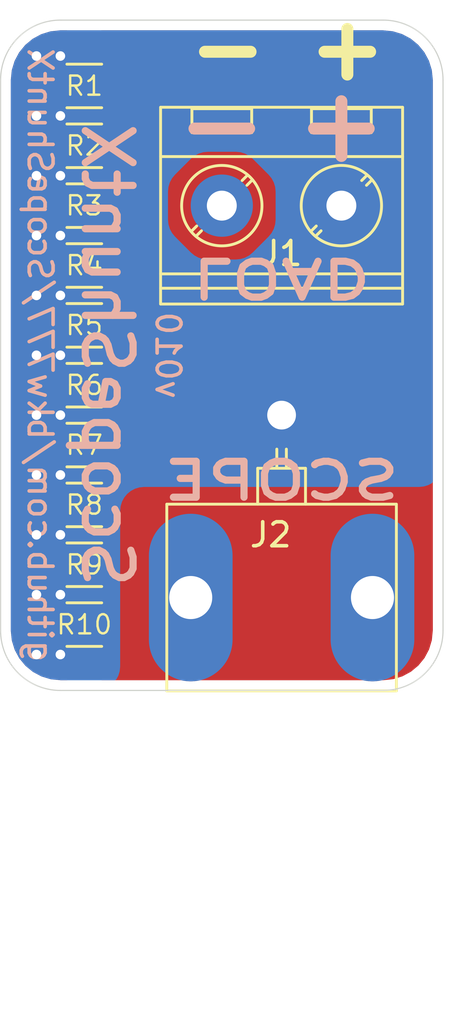
<source format=kicad_pcb>
(kicad_pcb (version 20171130) (host pcbnew 5.99.0+really5.1.10+dfsg1-1)

  (general
    (thickness 1.6)
    (drawings 17)
    (tracks 22)
    (zones 0)
    (modules 12)
    (nets 3)
  )

  (page A4)
  (layers
    (0 F.Cu signal)
    (31 B.Cu signal)
    (32 B.Adhes user hide)
    (33 F.Adhes user hide)
    (34 B.Paste user hide)
    (35 F.Paste user hide)
    (36 B.SilkS user)
    (37 F.SilkS user)
    (38 B.Mask user)
    (39 F.Mask user)
    (40 Dwgs.User user)
    (41 Cmts.User user hide)
    (42 Eco1.User user hide)
    (43 Eco2.User user hide)
    (44 Edge.Cuts user)
    (45 Margin user hide)
    (46 B.CrtYd user hide)
    (47 F.CrtYd user hide)
    (48 B.Fab user hide)
    (49 F.Fab user hide)
  )

  (setup
    (last_trace_width 0.25)
    (user_trace_width 0.2)
    (user_trace_width 0.5)
    (user_trace_width 1)
    (user_trace_width 2)
    (user_trace_width 3)
    (user_trace_width 4)
    (trace_clearance 0.2)
    (zone_clearance 0.4)
    (zone_45_only yes)
    (trace_min 0.2)
    (via_size 0.8)
    (via_drill 0.4)
    (via_min_size 0.4)
    (via_min_drill 0.3)
    (user_via 1 0.6)
    (uvia_size 0.3)
    (uvia_drill 0.1)
    (uvias_allowed no)
    (uvia_min_size 0.2)
    (uvia_min_drill 0.1)
    (edge_width 0.05)
    (segment_width 0.2)
    (pcb_text_width 0.3)
    (pcb_text_size 1.5 1.5)
    (mod_edge_width 0.12)
    (mod_text_size 1 1)
    (mod_text_width 0.15)
    (pad_size 1.524 1.524)
    (pad_drill 0.762)
    (pad_to_mask_clearance 0)
    (aux_axis_origin 0 0)
    (grid_origin 161.75 100)
    (visible_elements FFFFFF7F)
    (pcbplotparams
      (layerselection 0x010fc_ffffffff)
      (usegerberextensions false)
      (usegerberattributes true)
      (usegerberadvancedattributes true)
      (creategerberjobfile true)
      (excludeedgelayer true)
      (linewidth 0.100000)
      (plotframeref false)
      (viasonmask false)
      (mode 1)
      (useauxorigin false)
      (hpglpennumber 1)
      (hpglpenspeed 20)
      (hpglpendiameter 15.000000)
      (psnegative false)
      (psa4output false)
      (plotreference true)
      (plotvalue true)
      (plotinvisibletext false)
      (padsonsilk false)
      (subtractmaskfromsilk false)
      (outputformat 1)
      (mirror false)
      (drillshape 0)
      (scaleselection 1)
      (outputdirectory "GERBER_ScopeShuntX_v010"))
  )

  (net 0 "")
  (net 1 /-)
  (net 2 /+)

  (net_class Default "This is the default net class."
    (clearance 0.2)
    (trace_width 0.25)
    (via_dia 0.8)
    (via_drill 0.4)
    (uvia_dia 0.3)
    (uvia_drill 0.1)
    (add_net /+)
    (add_net /-)
  )

  (module 000_LOCAL:TerminalBlock_RND_205-00045_1x02_P5.00mm_Horizontal (layer F.Cu) (tedit 6273DD6B) (tstamp 625325D2)
    (at 161.75 93.75)
    (descr "terminal block RND 205-00045, 2 pins, pitch 5mm, size 10x8.1mm^2, drill diamater 1.1mm, pad diameter 2.1mm, see http://cdn-reichelt.de/documents/datenblatt/C151/RND_205-00045_DB_EN.pdf, script-generated using https://github.com/pointhi/kicad-footprint-generator/scripts/TerminalBlock_RND")
    (tags "THT terminal block RND 205-00045 pitch 5mm size 10x8.1mm^2 drill 1.1mm pad 2.1mm")
    (path /6255632E)
    (fp_text reference J1 (at 2.5 2 -180) (layer F.SilkS)
      (effects (font (size 1 1) (thickness 0.15)))
    )
    (fp_text value Screw_Terminal_01x02 (at 2.5 5.11) (layer F.Fab)
      (effects (font (size 1 1) (thickness 0.15)))
    )
    (fp_line (start 7.6 5.2) (end 7.6 -5.2) (layer Dwgs.User) (width 0.1))
    (fp_line (start 7.6 5.2) (end -2.6 5.2) (layer Dwgs.User) (width 0.1))
    (fp_line (start -2.6 -5.2) (end 7.6 -5.2) (layer Dwgs.User) (width 0.1))
    (fp_line (start -2.6 5.2) (end -2.6 -5.2) (layer Dwgs.User) (width 0.1))
    (fp_line (start 7.6 3.1) (end 8.2 3.1) (layer Dwgs.User) (width 0.1))
    (fp_line (start 8.2 3.7) (end 7.6 3.7) (layer Dwgs.User) (width 0.1))
    (fp_line (start 8.2 3.1) (end 8.2 3.7) (layer Dwgs.User) (width 0.1))
    (fp_line (start 8.2 -3.7) (end 7.6 -3.7) (layer Dwgs.User) (width 0.1))
    (fp_line (start 8.2 -4.3) (end 8.2 -3.7) (layer Dwgs.User) (width 0.1))
    (fp_line (start 7.6 -4.3) (end 8.2 -4.3) (layer Dwgs.User) (width 0.1))
    (fp_line (start 4.15 1.05) (end 3.95 1.25) (layer F.SilkS) (width 0.12))
    (fp_line (start 3.95 0.85) (end 3.75 1.05) (layer F.SilkS) (width 0.12))
    (fp_line (start 6.25 -1.05) (end 6.05 -0.85) (layer F.SilkS) (width 0.12))
    (fp_line (start 6.05 -1.25) (end 5.85 -1.05) (layer F.SilkS) (width 0.12))
    (fp_line (start 1.05 -1.25) (end 0.85 -1.05) (layer F.SilkS) (width 0.12))
    (fp_line (start -1.05 0.85) (end -1.25 1.05) (layer F.SilkS) (width 0.12))
    (fp_line (start 1.25 -1.05) (end 1.05 -0.85) (layer F.SilkS) (width 0.12))
    (fp_line (start -0.85 1.05) (end -1.05 1.25) (layer F.SilkS) (width 0.12))
    (fp_circle (center 0 0) (end 1.68 0) (layer F.SilkS) (width 0.12))
    (fp_circle (center 0 0) (end 1.5 0) (layer F.Fab) (width 0.1))
    (fp_circle (center 5 0) (end 6.5 0) (layer F.Fab) (width 0.1))
    (fp_circle (center 5 0) (end 6.68 0) (layer F.SilkS) (width 0.12))
    (fp_line (start -2.5 -4.05) (end 7.5 -4.05) (layer F.Fab) (width 0.1))
    (fp_line (start 7.5 -4.05) (end 7.5 4.05) (layer F.Fab) (width 0.1))
    (fp_line (start 7.5 4.05) (end -1.9 4.05) (layer F.Fab) (width 0.1))
    (fp_line (start -1.9 4.05) (end -2.5 3.45) (layer F.Fab) (width 0.1))
    (fp_line (start -2.5 3.45) (end -2.5 -4.05) (layer F.Fab) (width 0.1))
    (fp_line (start -2.5 3.45) (end 7.5 3.45) (layer F.Fab) (width 0.1))
    (fp_line (start -2.56 3.45) (end 7.56 3.45) (layer F.SilkS) (width 0.12))
    (fp_line (start -2.5 2.85) (end 7.5 2.85) (layer F.Fab) (width 0.1))
    (fp_line (start -2.56 2.85) (end 7.56 2.85) (layer F.SilkS) (width 0.12))
    (fp_line (start -2.5 -2.05) (end 7.5 -2.05) (layer F.Fab) (width 0.1))
    (fp_line (start -2.56 -2.05) (end 7.56 -2.05) (layer F.SilkS) (width 0.12))
    (fp_line (start -2.56 -4.11) (end 7.56 -4.11) (layer F.SilkS) (width 0.12))
    (fp_line (start -2.56 4.11) (end 7.56 4.11) (layer F.SilkS) (width 0.12))
    (fp_line (start -2.56 -4.11) (end -2.56 4.11) (layer F.SilkS) (width 0.12))
    (fp_line (start 7.56 -4.11) (end 7.56 4.11) (layer F.SilkS) (width 0.12))
    (fp_line (start 1.138 -0.955) (end -0.955 1.138) (layer F.Fab) (width 0.1))
    (fp_line (start 0.955 -1.138) (end -1.138 0.955) (layer F.Fab) (width 0.1))
    (fp_line (start -1.25 -4.05) (end -1.25 -3.05) (layer F.Fab) (width 0.1))
    (fp_line (start -1.25 -3.05) (end 1.25 -3.05) (layer F.Fab) (width 0.1))
    (fp_line (start 1.25 -3.05) (end 1.25 -4.05) (layer F.Fab) (width 0.1))
    (fp_line (start 1.25 -4.05) (end -1.25 -4.05) (layer F.Fab) (width 0.1))
    (fp_line (start -1.25 -4.05) (end 1.25 -4.05) (layer F.SilkS) (width 0.12))
    (fp_line (start -1.25 -3.05) (end 1.25 -3.05) (layer F.SilkS) (width 0.12))
    (fp_line (start -1.25 -4.05) (end -1.25 -3.05) (layer F.SilkS) (width 0.12))
    (fp_line (start 1.25 -4.05) (end 1.25 -3.05) (layer F.SilkS) (width 0.12))
    (fp_line (start 6.138 -0.955) (end 4.046 1.138) (layer F.Fab) (width 0.1))
    (fp_line (start 5.955 -1.138) (end 3.863 0.955) (layer F.Fab) (width 0.1))
    (fp_line (start 3.75 -4.05) (end 3.75 -3.05) (layer F.Fab) (width 0.1))
    (fp_line (start 3.75 -3.05) (end 6.25 -3.05) (layer F.Fab) (width 0.1))
    (fp_line (start 6.25 -3.05) (end 6.25 -4.05) (layer F.Fab) (width 0.1))
    (fp_line (start 6.25 -4.05) (end 3.75 -4.05) (layer F.Fab) (width 0.1))
    (fp_line (start 3.75 -4.05) (end 6.25 -4.05) (layer F.SilkS) (width 0.12))
    (fp_line (start 3.75 -3.05) (end 6.25 -3.05) (layer F.SilkS) (width 0.12))
    (fp_line (start 3.75 -4.05) (end 3.75 -3.05) (layer F.SilkS) (width 0.12))
    (fp_line (start 6.25 -4.05) (end 6.25 -3.05) (layer F.SilkS) (width 0.12))
    (fp_line (start -3 -4.55) (end -3 4.55) (layer F.CrtYd) (width 0.05))
    (fp_line (start -3 4.55) (end 8 4.55) (layer F.CrtYd) (width 0.05))
    (fp_line (start 8 4.55) (end 8 -4.55) (layer F.CrtYd) (width 0.05))
    (fp_line (start 8 -4.55) (end -3 -4.55) (layer F.CrtYd) (width 0.05))
    (fp_text user %R (at 2.5 -5.11) (layer F.Fab)
      (effects (font (size 1 1) (thickness 0.15)))
    )
    (pad 2 thru_hole circle (at 5 0) (size 2.6 2.6) (drill 1.25) (layers *.Cu *.Mask)
      (net 2 /+))
    (pad 1 thru_hole circle (at 0 0) (size 2.6 2.6) (drill 1.25) (layers *.Cu *.Mask)
      (net 1 /-))
    (model ${KIPRJMOD}/000_LOCAL.pretty/3d/TerminalBlock_Phoenix_MKDS-1,5-2_1x02_P5.00mm_Horizontal.step
      (offset (xyz 5 0 0))
      (scale (xyz 1 1 1))
      (rotate (xyz 0 0 180))
    )
  )

  (module 000_LOCAL:R_1206_3216Metric (layer F.Cu) (tedit 62730FDF) (tstamp 627404F4)
    (at 156 111.25)
    (descr "Resistor SMD 1206 (3216 Metric), square (rectangular) end terminal, IPC_7351 nominal, (Body size source: IPC-SM-782 page 72, https://www.pcb-3d.com/wordpress/wp-content/uploads/ipc-sm-782a_amendment_1_and_2.pdf), generated with kicad-footprint-generator")
    (tags resistor)
    (path /6274E056)
    (attr smd)
    (fp_text reference R10 (at 0 0) (layer F.SilkS)
      (effects (font (size 0.8 0.8) (thickness 0.1)))
    )
    (fp_text value 10m (at 0 1.82) (layer F.Fab)
      (effects (font (size 1 1) (thickness 0.15)))
    )
    (fp_line (start 2.28 1.12) (end -2.28 1.12) (layer F.CrtYd) (width 0.05))
    (fp_line (start 2.28 -1.12) (end 2.28 1.12) (layer F.CrtYd) (width 0.05))
    (fp_line (start -2.28 -1.12) (end 2.28 -1.12) (layer F.CrtYd) (width 0.05))
    (fp_line (start -2.28 1.12) (end -2.28 -1.12) (layer F.CrtYd) (width 0.05))
    (fp_line (start -0.727064 0.91) (end 0.727064 0.91) (layer F.SilkS) (width 0.12))
    (fp_line (start -0.727064 -0.91) (end 0.727064 -0.91) (layer F.SilkS) (width 0.12))
    (fp_line (start 1.6 0.8) (end -1.6 0.8) (layer F.Fab) (width 0.1))
    (fp_line (start 1.6 -0.8) (end 1.6 0.8) (layer F.Fab) (width 0.1))
    (fp_line (start -1.6 -0.8) (end 1.6 -0.8) (layer F.Fab) (width 0.1))
    (fp_line (start -1.6 0.8) (end -1.6 -0.8) (layer F.Fab) (width 0.1))
    (fp_text user %R (at 0 0) (layer F.Fab)
      (effects (font (size 0.8 0.8) (thickness 0.12)))
    )
    (pad 2 smd roundrect (at 1.4625 0) (size 1.125 1.75) (layers F.Cu F.Paste F.Mask) (roundrect_rratio 0.2222204444444444)
      (net 1 /-))
    (pad 1 smd roundrect (at -1.4625 0) (size 1.125 1.75) (layers F.Cu F.Paste F.Mask) (roundrect_rratio 0.2222204444444444)
      (net 2 /+))
    (model ${KIPRJMOD}/000_LOCAL.pretty/3d/R_1206_3216Metric.step
      (at (xyz 0 0 0))
      (scale (xyz 1 1 1))
      (rotate (xyz 0 0 0))
    )
  )

  (module 000_LOCAL:R_1206_3216Metric (layer F.Cu) (tedit 62730FDF) (tstamp 627404E3)
    (at 156 108.75)
    (descr "Resistor SMD 1206 (3216 Metric), square (rectangular) end terminal, IPC_7351 nominal, (Body size source: IPC-SM-782 page 72, https://www.pcb-3d.com/wordpress/wp-content/uploads/ipc-sm-782a_amendment_1_and_2.pdf), generated with kicad-footprint-generator")
    (tags resistor)
    (path /6274DFA0)
    (attr smd)
    (fp_text reference R9 (at 0 0) (layer F.SilkS)
      (effects (font (size 0.8 0.8) (thickness 0.1)))
    )
    (fp_text value 10m (at 0 1.82) (layer F.Fab)
      (effects (font (size 1 1) (thickness 0.15)))
    )
    (fp_line (start 2.28 1.12) (end -2.28 1.12) (layer F.CrtYd) (width 0.05))
    (fp_line (start 2.28 -1.12) (end 2.28 1.12) (layer F.CrtYd) (width 0.05))
    (fp_line (start -2.28 -1.12) (end 2.28 -1.12) (layer F.CrtYd) (width 0.05))
    (fp_line (start -2.28 1.12) (end -2.28 -1.12) (layer F.CrtYd) (width 0.05))
    (fp_line (start -0.727064 0.91) (end 0.727064 0.91) (layer F.SilkS) (width 0.12))
    (fp_line (start -0.727064 -0.91) (end 0.727064 -0.91) (layer F.SilkS) (width 0.12))
    (fp_line (start 1.6 0.8) (end -1.6 0.8) (layer F.Fab) (width 0.1))
    (fp_line (start 1.6 -0.8) (end 1.6 0.8) (layer F.Fab) (width 0.1))
    (fp_line (start -1.6 -0.8) (end 1.6 -0.8) (layer F.Fab) (width 0.1))
    (fp_line (start -1.6 0.8) (end -1.6 -0.8) (layer F.Fab) (width 0.1))
    (fp_text user %R (at 0 0) (layer F.Fab)
      (effects (font (size 0.8 0.8) (thickness 0.12)))
    )
    (pad 2 smd roundrect (at 1.4625 0) (size 1.125 1.75) (layers F.Cu F.Paste F.Mask) (roundrect_rratio 0.2222204444444444)
      (net 1 /-))
    (pad 1 smd roundrect (at -1.4625 0) (size 1.125 1.75) (layers F.Cu F.Paste F.Mask) (roundrect_rratio 0.2222204444444444)
      (net 2 /+))
    (model ${KIPRJMOD}/000_LOCAL.pretty/3d/R_1206_3216Metric.step
      (at (xyz 0 0 0))
      (scale (xyz 1 1 1))
      (rotate (xyz 0 0 0))
    )
  )

  (module 000_LOCAL:R_1206_3216Metric (layer F.Cu) (tedit 62730FDF) (tstamp 627404D2)
    (at 156 106.25)
    (descr "Resistor SMD 1206 (3216 Metric), square (rectangular) end terminal, IPC_7351 nominal, (Body size source: IPC-SM-782 page 72, https://www.pcb-3d.com/wordpress/wp-content/uploads/ipc-sm-782a_amendment_1_and_2.pdf), generated with kicad-footprint-generator")
    (tags resistor)
    (path /6274B4C4)
    (attr smd)
    (fp_text reference R8 (at 0 0) (layer F.SilkS)
      (effects (font (size 0.8 0.8) (thickness 0.1)))
    )
    (fp_text value 10m (at 0 1.82) (layer F.Fab)
      (effects (font (size 1 1) (thickness 0.15)))
    )
    (fp_line (start 2.28 1.12) (end -2.28 1.12) (layer F.CrtYd) (width 0.05))
    (fp_line (start 2.28 -1.12) (end 2.28 1.12) (layer F.CrtYd) (width 0.05))
    (fp_line (start -2.28 -1.12) (end 2.28 -1.12) (layer F.CrtYd) (width 0.05))
    (fp_line (start -2.28 1.12) (end -2.28 -1.12) (layer F.CrtYd) (width 0.05))
    (fp_line (start -0.727064 0.91) (end 0.727064 0.91) (layer F.SilkS) (width 0.12))
    (fp_line (start -0.727064 -0.91) (end 0.727064 -0.91) (layer F.SilkS) (width 0.12))
    (fp_line (start 1.6 0.8) (end -1.6 0.8) (layer F.Fab) (width 0.1))
    (fp_line (start 1.6 -0.8) (end 1.6 0.8) (layer F.Fab) (width 0.1))
    (fp_line (start -1.6 -0.8) (end 1.6 -0.8) (layer F.Fab) (width 0.1))
    (fp_line (start -1.6 0.8) (end -1.6 -0.8) (layer F.Fab) (width 0.1))
    (fp_text user %R (at 0 0) (layer F.Fab)
      (effects (font (size 0.8 0.8) (thickness 0.12)))
    )
    (pad 2 smd roundrect (at 1.4625 0) (size 1.125 1.75) (layers F.Cu F.Paste F.Mask) (roundrect_rratio 0.2222204444444444)
      (net 1 /-))
    (pad 1 smd roundrect (at -1.4625 0) (size 1.125 1.75) (layers F.Cu F.Paste F.Mask) (roundrect_rratio 0.2222204444444444)
      (net 2 /+))
    (model ${KIPRJMOD}/000_LOCAL.pretty/3d/R_1206_3216Metric.step
      (at (xyz 0 0 0))
      (scale (xyz 1 1 1))
      (rotate (xyz 0 0 0))
    )
  )

  (module 000_LOCAL:R_1206_3216Metric (layer F.Cu) (tedit 62730FDF) (tstamp 627404C1)
    (at 156 103.75)
    (descr "Resistor SMD 1206 (3216 Metric), square (rectangular) end terminal, IPC_7351 nominal, (Body size source: IPC-SM-782 page 72, https://www.pcb-3d.com/wordpress/wp-content/uploads/ipc-sm-782a_amendment_1_and_2.pdf), generated with kicad-footprint-generator")
    (tags resistor)
    (path /6274B4BA)
    (attr smd)
    (fp_text reference R7 (at 0 0) (layer F.SilkS)
      (effects (font (size 0.8 0.8) (thickness 0.1)))
    )
    (fp_text value 10m (at 0 1.82) (layer F.Fab)
      (effects (font (size 1 1) (thickness 0.15)))
    )
    (fp_line (start 2.28 1.12) (end -2.28 1.12) (layer F.CrtYd) (width 0.05))
    (fp_line (start 2.28 -1.12) (end 2.28 1.12) (layer F.CrtYd) (width 0.05))
    (fp_line (start -2.28 -1.12) (end 2.28 -1.12) (layer F.CrtYd) (width 0.05))
    (fp_line (start -2.28 1.12) (end -2.28 -1.12) (layer F.CrtYd) (width 0.05))
    (fp_line (start -0.727064 0.91) (end 0.727064 0.91) (layer F.SilkS) (width 0.12))
    (fp_line (start -0.727064 -0.91) (end 0.727064 -0.91) (layer F.SilkS) (width 0.12))
    (fp_line (start 1.6 0.8) (end -1.6 0.8) (layer F.Fab) (width 0.1))
    (fp_line (start 1.6 -0.8) (end 1.6 0.8) (layer F.Fab) (width 0.1))
    (fp_line (start -1.6 -0.8) (end 1.6 -0.8) (layer F.Fab) (width 0.1))
    (fp_line (start -1.6 0.8) (end -1.6 -0.8) (layer F.Fab) (width 0.1))
    (fp_text user %R (at 0 0) (layer F.Fab)
      (effects (font (size 0.8 0.8) (thickness 0.12)))
    )
    (pad 2 smd roundrect (at 1.4625 0) (size 1.125 1.75) (layers F.Cu F.Paste F.Mask) (roundrect_rratio 0.2222204444444444)
      (net 1 /-))
    (pad 1 smd roundrect (at -1.4625 0) (size 1.125 1.75) (layers F.Cu F.Paste F.Mask) (roundrect_rratio 0.2222204444444444)
      (net 2 /+))
    (model ${KIPRJMOD}/000_LOCAL.pretty/3d/R_1206_3216Metric.step
      (at (xyz 0 0 0))
      (scale (xyz 1 1 1))
      (rotate (xyz 0 0 0))
    )
  )

  (module 000_LOCAL:R_1206_3216Metric (layer F.Cu) (tedit 62730FDF) (tstamp 627404B0)
    (at 156 101.25)
    (descr "Resistor SMD 1206 (3216 Metric), square (rectangular) end terminal, IPC_7351 nominal, (Body size source: IPC-SM-782 page 72, https://www.pcb-3d.com/wordpress/wp-content/uploads/ipc-sm-782a_amendment_1_and_2.pdf), generated with kicad-footprint-generator")
    (tags resistor)
    (path /6274B4B0)
    (attr smd)
    (fp_text reference R6 (at 0 0) (layer F.SilkS)
      (effects (font (size 0.8 0.8) (thickness 0.1)))
    )
    (fp_text value 10m (at 0 1.82) (layer F.Fab)
      (effects (font (size 1 1) (thickness 0.15)))
    )
    (fp_line (start 2.28 1.12) (end -2.28 1.12) (layer F.CrtYd) (width 0.05))
    (fp_line (start 2.28 -1.12) (end 2.28 1.12) (layer F.CrtYd) (width 0.05))
    (fp_line (start -2.28 -1.12) (end 2.28 -1.12) (layer F.CrtYd) (width 0.05))
    (fp_line (start -2.28 1.12) (end -2.28 -1.12) (layer F.CrtYd) (width 0.05))
    (fp_line (start -0.727064 0.91) (end 0.727064 0.91) (layer F.SilkS) (width 0.12))
    (fp_line (start -0.727064 -0.91) (end 0.727064 -0.91) (layer F.SilkS) (width 0.12))
    (fp_line (start 1.6 0.8) (end -1.6 0.8) (layer F.Fab) (width 0.1))
    (fp_line (start 1.6 -0.8) (end 1.6 0.8) (layer F.Fab) (width 0.1))
    (fp_line (start -1.6 -0.8) (end 1.6 -0.8) (layer F.Fab) (width 0.1))
    (fp_line (start -1.6 0.8) (end -1.6 -0.8) (layer F.Fab) (width 0.1))
    (fp_text user %R (at 0 0) (layer F.Fab)
      (effects (font (size 0.8 0.8) (thickness 0.12)))
    )
    (pad 2 smd roundrect (at 1.4625 0) (size 1.125 1.75) (layers F.Cu F.Paste F.Mask) (roundrect_rratio 0.2222204444444444)
      (net 1 /-))
    (pad 1 smd roundrect (at -1.4625 0) (size 1.125 1.75) (layers F.Cu F.Paste F.Mask) (roundrect_rratio 0.2222204444444444)
      (net 2 /+))
    (model ${KIPRJMOD}/000_LOCAL.pretty/3d/R_1206_3216Metric.step
      (at (xyz 0 0 0))
      (scale (xyz 1 1 1))
      (rotate (xyz 0 0 0))
    )
  )

  (module 000_LOCAL:R_1206_3216Metric (layer F.Cu) (tedit 62730FDF) (tstamp 6274049F)
    (at 156 98.75)
    (descr "Resistor SMD 1206 (3216 Metric), square (rectangular) end terminal, IPC_7351 nominal, (Body size source: IPC-SM-782 page 72, https://www.pcb-3d.com/wordpress/wp-content/uploads/ipc-sm-782a_amendment_1_and_2.pdf), generated with kicad-footprint-generator")
    (tags resistor)
    (path /6274B43A)
    (attr smd)
    (fp_text reference R5 (at 0 0) (layer F.SilkS)
      (effects (font (size 0.8 0.8) (thickness 0.1)))
    )
    (fp_text value 10m (at 0 1.82) (layer F.Fab)
      (effects (font (size 1 1) (thickness 0.15)))
    )
    (fp_line (start 2.28 1.12) (end -2.28 1.12) (layer F.CrtYd) (width 0.05))
    (fp_line (start 2.28 -1.12) (end 2.28 1.12) (layer F.CrtYd) (width 0.05))
    (fp_line (start -2.28 -1.12) (end 2.28 -1.12) (layer F.CrtYd) (width 0.05))
    (fp_line (start -2.28 1.12) (end -2.28 -1.12) (layer F.CrtYd) (width 0.05))
    (fp_line (start -0.727064 0.91) (end 0.727064 0.91) (layer F.SilkS) (width 0.12))
    (fp_line (start -0.727064 -0.91) (end 0.727064 -0.91) (layer F.SilkS) (width 0.12))
    (fp_line (start 1.6 0.8) (end -1.6 0.8) (layer F.Fab) (width 0.1))
    (fp_line (start 1.6 -0.8) (end 1.6 0.8) (layer F.Fab) (width 0.1))
    (fp_line (start -1.6 -0.8) (end 1.6 -0.8) (layer F.Fab) (width 0.1))
    (fp_line (start -1.6 0.8) (end -1.6 -0.8) (layer F.Fab) (width 0.1))
    (fp_text user %R (at 0 0) (layer F.Fab)
      (effects (font (size 0.8 0.8) (thickness 0.12)))
    )
    (pad 2 smd roundrect (at 1.4625 0) (size 1.125 1.75) (layers F.Cu F.Paste F.Mask) (roundrect_rratio 0.2222204444444444)
      (net 1 /-))
    (pad 1 smd roundrect (at -1.4625 0) (size 1.125 1.75) (layers F.Cu F.Paste F.Mask) (roundrect_rratio 0.2222204444444444)
      (net 2 /+))
    (model ${KIPRJMOD}/000_LOCAL.pretty/3d/R_1206_3216Metric.step
      (at (xyz 0 0 0))
      (scale (xyz 1 1 1))
      (rotate (xyz 0 0 0))
    )
  )

  (module 000_LOCAL:R_1206_3216Metric (layer F.Cu) (tedit 62730FDF) (tstamp 6274048E)
    (at 156 96.25)
    (descr "Resistor SMD 1206 (3216 Metric), square (rectangular) end terminal, IPC_7351 nominal, (Body size source: IPC-SM-782 page 72, https://www.pcb-3d.com/wordpress/wp-content/uploads/ipc-sm-782a_amendment_1_and_2.pdf), generated with kicad-footprint-generator")
    (tags resistor)
    (path /627492DA)
    (attr smd)
    (fp_text reference R4 (at 0 0) (layer F.SilkS)
      (effects (font (size 0.8 0.8) (thickness 0.1)))
    )
    (fp_text value 10m (at 0 1.82) (layer F.Fab)
      (effects (font (size 1 1) (thickness 0.15)))
    )
    (fp_line (start 2.28 1.12) (end -2.28 1.12) (layer F.CrtYd) (width 0.05))
    (fp_line (start 2.28 -1.12) (end 2.28 1.12) (layer F.CrtYd) (width 0.05))
    (fp_line (start -2.28 -1.12) (end 2.28 -1.12) (layer F.CrtYd) (width 0.05))
    (fp_line (start -2.28 1.12) (end -2.28 -1.12) (layer F.CrtYd) (width 0.05))
    (fp_line (start -0.727064 0.91) (end 0.727064 0.91) (layer F.SilkS) (width 0.12))
    (fp_line (start -0.727064 -0.91) (end 0.727064 -0.91) (layer F.SilkS) (width 0.12))
    (fp_line (start 1.6 0.8) (end -1.6 0.8) (layer F.Fab) (width 0.1))
    (fp_line (start 1.6 -0.8) (end 1.6 0.8) (layer F.Fab) (width 0.1))
    (fp_line (start -1.6 -0.8) (end 1.6 -0.8) (layer F.Fab) (width 0.1))
    (fp_line (start -1.6 0.8) (end -1.6 -0.8) (layer F.Fab) (width 0.1))
    (fp_text user %R (at 0 0) (layer F.Fab)
      (effects (font (size 0.8 0.8) (thickness 0.12)))
    )
    (pad 2 smd roundrect (at 1.4625 0) (size 1.125 1.75) (layers F.Cu F.Paste F.Mask) (roundrect_rratio 0.2222204444444444)
      (net 1 /-))
    (pad 1 smd roundrect (at -1.4625 0) (size 1.125 1.75) (layers F.Cu F.Paste F.Mask) (roundrect_rratio 0.2222204444444444)
      (net 2 /+))
    (model ${KIPRJMOD}/000_LOCAL.pretty/3d/R_1206_3216Metric.step
      (at (xyz 0 0 0))
      (scale (xyz 1 1 1))
      (rotate (xyz 0 0 0))
    )
  )

  (module 000_LOCAL:R_1206_3216Metric (layer F.Cu) (tedit 62730FDF) (tstamp 6274047D)
    (at 156 93.75)
    (descr "Resistor SMD 1206 (3216 Metric), square (rectangular) end terminal, IPC_7351 nominal, (Body size source: IPC-SM-782 page 72, https://www.pcb-3d.com/wordpress/wp-content/uploads/ipc-sm-782a_amendment_1_and_2.pdf), generated with kicad-footprint-generator")
    (tags resistor)
    (path /62749284)
    (attr smd)
    (fp_text reference R3 (at 0 0) (layer F.SilkS)
      (effects (font (size 0.8 0.8) (thickness 0.1)))
    )
    (fp_text value 10m (at 0 1.82) (layer F.Fab)
      (effects (font (size 1 1) (thickness 0.15)))
    )
    (fp_line (start 2.28 1.12) (end -2.28 1.12) (layer F.CrtYd) (width 0.05))
    (fp_line (start 2.28 -1.12) (end 2.28 1.12) (layer F.CrtYd) (width 0.05))
    (fp_line (start -2.28 -1.12) (end 2.28 -1.12) (layer F.CrtYd) (width 0.05))
    (fp_line (start -2.28 1.12) (end -2.28 -1.12) (layer F.CrtYd) (width 0.05))
    (fp_line (start -0.727064 0.91) (end 0.727064 0.91) (layer F.SilkS) (width 0.12))
    (fp_line (start -0.727064 -0.91) (end 0.727064 -0.91) (layer F.SilkS) (width 0.12))
    (fp_line (start 1.6 0.8) (end -1.6 0.8) (layer F.Fab) (width 0.1))
    (fp_line (start 1.6 -0.8) (end 1.6 0.8) (layer F.Fab) (width 0.1))
    (fp_line (start -1.6 -0.8) (end 1.6 -0.8) (layer F.Fab) (width 0.1))
    (fp_line (start -1.6 0.8) (end -1.6 -0.8) (layer F.Fab) (width 0.1))
    (fp_text user %R (at 0 0) (layer F.Fab)
      (effects (font (size 0.8 0.8) (thickness 0.12)))
    )
    (pad 2 smd roundrect (at 1.4625 0) (size 1.125 1.75) (layers F.Cu F.Paste F.Mask) (roundrect_rratio 0.2222204444444444)
      (net 1 /-))
    (pad 1 smd roundrect (at -1.4625 0) (size 1.125 1.75) (layers F.Cu F.Paste F.Mask) (roundrect_rratio 0.2222204444444444)
      (net 2 /+))
    (model ${KIPRJMOD}/000_LOCAL.pretty/3d/R_1206_3216Metric.step
      (at (xyz 0 0 0))
      (scale (xyz 1 1 1))
      (rotate (xyz 0 0 0))
    )
  )

  (module 000_LOCAL:R_1206_3216Metric (layer F.Cu) (tedit 62730FDF) (tstamp 6274046C)
    (at 156 91.25)
    (descr "Resistor SMD 1206 (3216 Metric), square (rectangular) end terminal, IPC_7351 nominal, (Body size source: IPC-SM-782 page 72, https://www.pcb-3d.com/wordpress/wp-content/uploads/ipc-sm-782a_amendment_1_and_2.pdf), generated with kicad-footprint-generator")
    (tags resistor)
    (path /62740F74)
    (attr smd)
    (fp_text reference R2 (at 0 0) (layer F.SilkS)
      (effects (font (size 0.8 0.8) (thickness 0.1)))
    )
    (fp_text value 10m (at 0 1.82) (layer F.Fab)
      (effects (font (size 1 1) (thickness 0.15)))
    )
    (fp_line (start 2.28 1.12) (end -2.28 1.12) (layer F.CrtYd) (width 0.05))
    (fp_line (start 2.28 -1.12) (end 2.28 1.12) (layer F.CrtYd) (width 0.05))
    (fp_line (start -2.28 -1.12) (end 2.28 -1.12) (layer F.CrtYd) (width 0.05))
    (fp_line (start -2.28 1.12) (end -2.28 -1.12) (layer F.CrtYd) (width 0.05))
    (fp_line (start -0.727064 0.91) (end 0.727064 0.91) (layer F.SilkS) (width 0.12))
    (fp_line (start -0.727064 -0.91) (end 0.727064 -0.91) (layer F.SilkS) (width 0.12))
    (fp_line (start 1.6 0.8) (end -1.6 0.8) (layer F.Fab) (width 0.1))
    (fp_line (start 1.6 -0.8) (end 1.6 0.8) (layer F.Fab) (width 0.1))
    (fp_line (start -1.6 -0.8) (end 1.6 -0.8) (layer F.Fab) (width 0.1))
    (fp_line (start -1.6 0.8) (end -1.6 -0.8) (layer F.Fab) (width 0.1))
    (fp_text user %R (at 0 0) (layer F.Fab)
      (effects (font (size 0.8 0.8) (thickness 0.12)))
    )
    (pad 2 smd roundrect (at 1.4625 0) (size 1.125 1.75) (layers F.Cu F.Paste F.Mask) (roundrect_rratio 0.2222204444444444)
      (net 1 /-))
    (pad 1 smd roundrect (at -1.4625 0) (size 1.125 1.75) (layers F.Cu F.Paste F.Mask) (roundrect_rratio 0.2222204444444444)
      (net 2 /+))
    (model ${KIPRJMOD}/000_LOCAL.pretty/3d/R_1206_3216Metric.step
      (at (xyz 0 0 0))
      (scale (xyz 1 1 1))
      (rotate (xyz 0 0 0))
    )
  )

  (module 000_LOCAL:R_1206_3216Metric (layer F.Cu) (tedit 62730FDF) (tstamp 6274045B)
    (at 156 88.75)
    (descr "Resistor SMD 1206 (3216 Metric), square (rectangular) end terminal, IPC_7351 nominal, (Body size source: IPC-SM-782 page 72, https://www.pcb-3d.com/wordpress/wp-content/uploads/ipc-sm-782a_amendment_1_and_2.pdf), generated with kicad-footprint-generator")
    (tags resistor)
    (path /6253507A)
    (attr smd)
    (fp_text reference R1 (at 0 0) (layer F.SilkS)
      (effects (font (size 0.8 0.8) (thickness 0.1)))
    )
    (fp_text value 10m (at 0 1.82) (layer F.Fab)
      (effects (font (size 1 1) (thickness 0.15)))
    )
    (fp_line (start 2.28 1.12) (end -2.28 1.12) (layer F.CrtYd) (width 0.05))
    (fp_line (start 2.28 -1.12) (end 2.28 1.12) (layer F.CrtYd) (width 0.05))
    (fp_line (start -2.28 -1.12) (end 2.28 -1.12) (layer F.CrtYd) (width 0.05))
    (fp_line (start -2.28 1.12) (end -2.28 -1.12) (layer F.CrtYd) (width 0.05))
    (fp_line (start -0.727064 0.91) (end 0.727064 0.91) (layer F.SilkS) (width 0.12))
    (fp_line (start -0.727064 -0.91) (end 0.727064 -0.91) (layer F.SilkS) (width 0.12))
    (fp_line (start 1.6 0.8) (end -1.6 0.8) (layer F.Fab) (width 0.1))
    (fp_line (start 1.6 -0.8) (end 1.6 0.8) (layer F.Fab) (width 0.1))
    (fp_line (start -1.6 -0.8) (end 1.6 -0.8) (layer F.Fab) (width 0.1))
    (fp_line (start -1.6 0.8) (end -1.6 -0.8) (layer F.Fab) (width 0.1))
    (fp_text user %R (at 0 0) (layer F.Fab)
      (effects (font (size 0.8 0.8) (thickness 0.12)))
    )
    (pad 2 smd roundrect (at 1.4625 0) (size 1.125 1.75) (layers F.Cu F.Paste F.Mask) (roundrect_rratio 0.2222204444444444)
      (net 1 /-))
    (pad 1 smd roundrect (at -1.4625 0) (size 1.125 1.75) (layers F.Cu F.Paste F.Mask) (roundrect_rratio 0.2222204444444444)
      (net 2 /+))
    (model ${KIPRJMOD}/000_LOCAL.pretty/3d/R_1206_3216Metric.step
      (at (xyz 0 0 0))
      (scale (xyz 1 1 1))
      (rotate (xyz 0 0 0))
    )
  )

  (module 000_LOCAL:TE-5414373 (layer F.Cu) (tedit 6264058D) (tstamp 625325ED)
    (at 164.25 102.5 180)
    (descr http://www.farnell.com/datasheets/612848.pdf)
    (tags "BNC Amphenol Horizontal")
    (path /625519CD)
    (fp_text reference J2 (at -0.5 -5 180) (layer F.SilkS)
      (effects (font (size 1 1) (thickness 0.15)) (justify right))
    )
    (fp_text value Conn_Coaxial (at 0 3 180) (layer F.Fab)
      (effects (font (size 1 1) (thickness 0.15)))
    )
    (fp_line (start 4.8 -3.72) (end 4.8 -11.52) (layer F.SilkS) (width 0.12))
    (fp_circle (center 0 -21.5) (end 1 -21.5) (layer F.Fab) (width 0.1))
    (fp_line (start 4.8 -3.72) (end 4.8 -25.4) (layer F.Fab) (width 0.1))
    (fp_line (start 4.8 -25.4) (end -4.8 -25.4) (layer F.Fab) (width 0.1))
    (fp_line (start -4.8 -25.4) (end -4.8 -3.72) (layer F.Fab) (width 0.1))
    (fp_line (start 4.8 -11.52) (end -4.8 -11.52) (layer F.Fab) (width 0.1))
    (fp_line (start -4.8 -3.72) (end 4.8 -3.72) (layer F.Fab) (width 0.1))
    (fp_line (start 7.35 -11.52) (end -7.35 -11.52) (layer Dwgs.User) (width 0.1))
    (fp_line (start -4.8 -11.52) (end 4.8 -11.52) (layer F.SilkS) (width 0.12))
    (fp_line (start 4.8 -3.72) (end -4.8 -3.72) (layer F.SilkS) (width 0.12))
    (fp_line (start -4.8 -3.72) (end -4.8 -11.52) (layer F.SilkS) (width 0.12))
    (fp_line (start -1 -3.72) (end -1 -2.22) (layer F.SilkS) (width 0.12))
    (fp_line (start -1 -2.22) (end 1 -2.22) (layer F.SilkS) (width 0.12))
    (fp_line (start 1 -2.22) (end 1 -3.72) (layer F.SilkS) (width 0.12))
    (fp_line (start -0.2 -2.22) (end -0.2 -1.42) (layer F.SilkS) (width 0.12))
    (fp_line (start 0.2 -2.22) (end 0.2 -1.42) (layer F.SilkS) (width 0.12))
    (fp_text user "PCB EDGE" (at 0 -12.3) (layer Dwgs.User)
      (effects (font (size 1 1) (thickness 0.1)))
    )
    (fp_text user %R (at 3.95 -2.2) (layer F.Fab)
      (effects (font (size 1 1) (thickness 0.15)))
    )
    (pad 1 thru_hole circle (at 0 0 180) (size 2.5 2.5) (drill 1.2) (layers *.Cu *.Mask)
      (net 2 /+))
    (pad 2 thru_hole oval (at 3.8 -7.62 180) (size 3.5 7) (drill 1.8) (layers *.Cu *.Mask)
      (net 1 /-))
    (pad 2 thru_hole oval (at -3.8 -7.62 180) (size 3.5 7) (drill 1.8) (layers *.Cu *.Mask)
      (net 1 /-))
    (model ${KIPRJMOD}/000_LOCAL.pretty/3d/5414373-1.stp
      (offset (xyz 0 25.4 3.8))
      (scale (xyz 1 1 1))
      (rotate (xyz 90 180 0))
    )
  )

  (gr_text - (at 161.75 90.75 180) (layer B.SilkS) (tstamp 62742BC3)
    (effects (font (size 3 3) (thickness 0.5)) (justify mirror))
  )
  (gr_text + (at 166.75 90.75 180) (layer B.SilkS) (tstamp 62742BBD)
    (effects (font (size 3 3) (thickness 0.5)) (justify mirror))
  )
  (gr_text github.com/bkw777/ScopeShuntX (at 154.15 100 -90) (layer B.SilkS) (tstamp 6273ED90)
    (effects (font (size 1 1) (thickness 0.15)) (justify mirror))
  )
  (gr_text + (at 167 87.5 180) (layer F.SilkS) (tstamp 6264F13F)
    (effects (font (size 2.5 2.5) (thickness 0.5)))
  )
  (gr_text - (at 162 87.5 180) (layer F.SilkS) (tstamp 6264F13C)
    (effects (font (size 2.5 2.5) (thickness 0.5)))
  )
  (gr_arc (start 155 88.5) (end 155 86) (angle -90) (layer Edge.Cuts) (width 0.05) (tstamp 6264EB54))
  (gr_arc (start 168.5 111.5) (end 168.5 114) (angle -90) (layer Edge.Cuts) (width 0.05) (tstamp 6264EAAC))
  (gr_arc (start 168.5 88.5) (end 171 88.5) (angle -90) (layer Edge.Cuts) (width 0.05) (tstamp 6264EA72))
  (gr_arc (start 155 111.5) (end 152.5 111.5) (angle -90) (layer Edge.Cuts) (width 0.05))
  (gr_text SCOPE (at 164.25 105.25) (layer B.SilkS) (tstamp 6264BE30)
    (effects (font (size 1.5 2) (thickness 0.3)) (justify mirror))
  )
  (gr_text LOAD (at 164.25 96.75 180) (layer B.SilkS) (tstamp 6264BE2D)
    (effects (font (size 1.5 2) (thickness 0.3)) (justify mirror))
  )
  (gr_text v010 (at 159.5 100 -90) (layer B.SilkS)
    (effects (font (size 1 1) (thickness 0.15)) (justify mirror))
  )
  (gr_text ScopeShuntX (at 156.95 100 -90) (layer B.SilkS)
    (effects (font (size 2 2) (thickness 0.3)) (justify mirror))
  )
  (gr_line (start 168.5 114) (end 155 114) (layer Edge.Cuts) (width 0.05) (tstamp 62642F07))
  (gr_line (start 171 88.5) (end 171 111.5) (layer Edge.Cuts) (width 0.05))
  (gr_line (start 155 86) (end 168.5 86) (layer Edge.Cuts) (width 0.05))
  (gr_line (start 152.5 111.5) (end 152.5 88.5) (layer Edge.Cuts) (width 0.05))

  (via (at 155 90) (size 0.8) (drill 0.4) (layers F.Cu B.Cu) (net 2))
  (via (at 155 95) (size 0.8) (drill 0.4) (layers F.Cu B.Cu) (net 2))
  (via (at 155 100) (size 0.8) (drill 0.4) (layers F.Cu B.Cu) (net 2))
  (via (at 155 105) (size 0.8) (drill 0.4) (layers F.Cu B.Cu) (net 2))
  (via (at 155 110) (size 0.8) (drill 0.4) (layers F.Cu B.Cu) (net 2))
  (via (at 155 107.5) (size 0.8) (drill 0.4) (layers F.Cu B.Cu) (net 2) (tstamp 62741AB0))
  (via (at 155 102.5) (size 0.8) (drill 0.4) (layers F.Cu B.Cu) (net 2) (tstamp 62741ABE))
  (via (at 155 97.5) (size 0.8) (drill 0.4) (layers F.Cu B.Cu) (net 2) (tstamp 62741AC7))
  (via (at 155 92.5) (size 0.8) (drill 0.4) (layers F.Cu B.Cu) (net 2) (tstamp 62741AD3))
  (via (at 154 90) (size 0.8) (drill 0.4) (layers F.Cu B.Cu) (net 2) (tstamp 62741ADD))
  (via (at 154 92.5) (size 0.8) (drill 0.4) (layers F.Cu B.Cu) (net 2) (tstamp 62741AF4))
  (via (at 154 95) (size 0.8) (drill 0.4) (layers F.Cu B.Cu) (net 2) (tstamp 62741AFA))
  (via (at 154 97.5) (size 0.8) (drill 0.4) (layers F.Cu B.Cu) (net 2) (tstamp 62741B04))
  (via (at 154 100) (size 0.8) (drill 0.4) (layers F.Cu B.Cu) (net 2) (tstamp 62741B0C))
  (via (at 154 102.5) (size 0.8) (drill 0.4) (layers F.Cu B.Cu) (net 2) (tstamp 62741B15))
  (via (at 154 105) (size 0.8) (drill 0.4) (layers F.Cu B.Cu) (net 2) (tstamp 62741B1C))
  (via (at 154 107.5) (size 0.8) (drill 0.4) (layers F.Cu B.Cu) (net 2) (tstamp 62741B23))
  (via (at 154 110) (size 0.8) (drill 0.4) (layers F.Cu B.Cu) (net 2) (tstamp 62741B28))
  (via (at 155 87.5) (size 0.8) (drill 0.4) (layers F.Cu B.Cu) (net 2) (tstamp 62743781))
  (via (at 154 87.5) (size 0.8) (drill 0.4) (layers F.Cu B.Cu) (net 2) (tstamp 62743798))
  (via (at 155 112.5) (size 0.8) (drill 0.4) (layers F.Cu B.Cu) (net 2) (tstamp 6274379B))
  (via (at 154 112.5) (size 0.8) (drill 0.4) (layers F.Cu B.Cu) (net 2) (tstamp 627437B1))

  (zone (net 1) (net_name /-) (layer F.Cu) (tstamp 0) (hatch edge 0.508)
    (connect_pads yes (clearance 0.4))
    (min_thickness 0.2)
    (fill yes (arc_segments 32) (thermal_gap 1.5) (thermal_bridge_width 0.4) (smoothing fillet) (radius 1))
    (polygon
      (pts
        (xy 171 114) (xy 156.5 114) (xy 156.5 86) (xy 171 86)
      )
    )
    (filled_polygon
      (pts
        (xy 168.88312 86.565082) (xy 169.251657 86.67635) (xy 169.591557 86.857079) (xy 169.889878 87.100383) (xy 170.135263 87.397003)
        (xy 170.31836 87.735635) (xy 170.432195 88.103376) (xy 170.475 88.510642) (xy 170.475001 111.474317) (xy 170.434917 111.883122)
        (xy 170.32365 112.251657) (xy 170.142923 112.591555) (xy 169.899617 112.889878) (xy 169.602997 113.135263) (xy 169.264369 113.318359)
        (xy 168.896623 113.432195) (xy 168.489359 113.475) (xy 156.738854 113.475) (xy 156.668955 113.344229) (xy 156.617768 113.175485)
        (xy 156.6 112.995092) (xy 156.6 101.914214) (xy 161.9 101.914214) (xy 161.9 103.085786) (xy 161.900482 103.095588)
        (xy 161.919697 103.290679) (xy 161.923521 103.309905) (xy 161.980426 103.497498) (xy 161.987928 103.51561) (xy 162.080338 103.688497)
        (xy 162.091229 103.704797) (xy 162.215592 103.856333) (xy 162.222182 103.863604) (xy 162.886396 104.527818) (xy 162.893667 104.534408)
        (xy 163.045203 104.658771) (xy 163.061503 104.669662) (xy 163.23439 104.762072) (xy 163.252502 104.769574) (xy 163.440095 104.826479)
        (xy 163.459321 104.830303) (xy 163.654412 104.849518) (xy 163.664214 104.85) (xy 164.835786 104.85) (xy 164.845588 104.849518)
        (xy 165.040679 104.830303) (xy 165.059905 104.826479) (xy 165.247498 104.769574) (xy 165.26561 104.762072) (xy 165.438497 104.669662)
        (xy 165.454797 104.658771) (xy 165.606333 104.534408) (xy 165.613604 104.527818) (xy 166.277818 103.863604) (xy 166.284408 103.856333)
        (xy 166.408771 103.704797) (xy 166.419662 103.688497) (xy 166.512072 103.51561) (xy 166.519574 103.497498) (xy 166.576479 103.309905)
        (xy 166.580303 103.290679) (xy 166.599518 103.095588) (xy 166.6 103.085786) (xy 166.6 101.914214) (xy 166.599518 101.904412)
        (xy 166.580303 101.709321) (xy 166.576479 101.690095) (xy 166.519574 101.502502) (xy 166.512072 101.48439) (xy 166.419662 101.311503)
        (xy 166.408771 101.295203) (xy 166.284408 101.143667) (xy 166.277818 101.136396) (xy 165.613604 100.472182) (xy 165.606333 100.465592)
        (xy 165.454797 100.341229) (xy 165.438497 100.330338) (xy 165.26561 100.237928) (xy 165.247498 100.230426) (xy 165.059905 100.173521)
        (xy 165.040679 100.169697) (xy 164.845588 100.150482) (xy 164.835786 100.15) (xy 163.664214 100.15) (xy 163.654412 100.150482)
        (xy 163.459321 100.169697) (xy 163.440095 100.173521) (xy 163.252502 100.230426) (xy 163.23439 100.237928) (xy 163.061503 100.330338)
        (xy 163.045203 100.341229) (xy 162.893667 100.465592) (xy 162.886396 100.472182) (xy 162.222182 101.136396) (xy 162.215592 101.143667)
        (xy 162.091229 101.295203) (xy 162.080338 101.311503) (xy 161.987928 101.48439) (xy 161.980426 101.502502) (xy 161.923521 101.690095)
        (xy 161.919697 101.709321) (xy 161.900482 101.904412) (xy 161.9 101.914214) (xy 156.6 101.914214) (xy 156.6 93.21621)
        (xy 164.4 93.21621) (xy 164.4 94.387782) (xy 164.400482 94.397584) (xy 164.419697 94.592675) (xy 164.423521 94.611901)
        (xy 164.480426 94.799494) (xy 164.487928 94.817606) (xy 164.580338 94.990493) (xy 164.591229 95.006793) (xy 164.715592 95.158329)
        (xy 164.722182 95.1656) (xy 165.386396 95.829814) (xy 165.393667 95.836404) (xy 165.545203 95.960767) (xy 165.561503 95.971658)
        (xy 165.73439 96.064068) (xy 165.752502 96.07157) (xy 165.940095 96.128475) (xy 165.959321 96.132299) (xy 166.154412 96.151514)
        (xy 166.164214 96.151996) (xy 167.335786 96.151996) (xy 167.345588 96.151514) (xy 167.540679 96.132299) (xy 167.559905 96.128475)
        (xy 167.747498 96.07157) (xy 167.76561 96.064068) (xy 167.938497 95.971658) (xy 167.954797 95.960767) (xy 168.106333 95.836404)
        (xy 168.113604 95.829814) (xy 168.777818 95.1656) (xy 168.784408 95.158329) (xy 168.908771 95.006793) (xy 168.919662 94.990493)
        (xy 169.012072 94.817606) (xy 169.019574 94.799494) (xy 169.076479 94.611901) (xy 169.080303 94.592675) (xy 169.099518 94.397584)
        (xy 169.1 94.387782) (xy 169.1 93.21621) (xy 169.099518 93.206408) (xy 169.080303 93.011317) (xy 169.076479 92.992091)
        (xy 169.019574 92.804498) (xy 169.012072 92.786386) (xy 168.919662 92.613499) (xy 168.908771 92.597199) (xy 168.784408 92.445663)
        (xy 168.777818 92.438392) (xy 168.113604 91.774178) (xy 168.106333 91.767588) (xy 167.954797 91.643225) (xy 167.938497 91.632334)
        (xy 167.76561 91.539924) (xy 167.747498 91.532422) (xy 167.559905 91.475517) (xy 167.540679 91.471693) (xy 167.345588 91.452478)
        (xy 167.335786 91.451996) (xy 166.164214 91.451996) (xy 166.154412 91.452478) (xy 165.959321 91.471693) (xy 165.940095 91.475517)
        (xy 165.752502 91.532422) (xy 165.73439 91.539924) (xy 165.561503 91.632334) (xy 165.545203 91.643225) (xy 165.393667 91.767588)
        (xy 165.386396 91.774178) (xy 164.722182 92.438392) (xy 164.715592 92.445663) (xy 164.591229 92.597199) (xy 164.580338 92.613499)
        (xy 164.487928 92.786386) (xy 164.480426 92.804498) (xy 164.423521 92.992091) (xy 164.419697 93.011317) (xy 164.400482 93.206408)
        (xy 164.4 93.21621) (xy 156.6 93.21621) (xy 156.6 87.004908) (xy 156.617768 86.824515) (xy 156.668955 86.655771)
        (xy 156.738854 86.525) (xy 168.474327 86.525)
      )
    )
  )
  (zone (net 2) (net_name /+) (layer B.Cu) (tstamp 62742DAF) (hatch edge 0.508)
    (connect_pads yes (clearance 0.4))
    (min_thickness 0.2)
    (fill yes (arc_segments 32) (thermal_gap 1.5) (thermal_bridge_width 0.4) (smoothing fillet) (radius 1))
    (polygon
      (pts
        (xy 171 105.5) (xy 157.5 105.5) (xy 157.5 114) (xy 152.5 114) (xy 152.5 86)
        (xy 171 86)
      )
    )
    (filled_polygon
      (pts
        (xy 168.88312 86.565082) (xy 169.251657 86.67635) (xy 169.591557 86.857079) (xy 169.889878 87.100383) (xy 170.135263 87.397003)
        (xy 170.31836 87.735635) (xy 170.432195 88.103376) (xy 170.475 88.510642) (xy 170.475001 105.261146) (xy 170.344229 105.331045)
        (xy 170.175485 105.382232) (xy 169.995092 105.4) (xy 158.5 105.4) (xy 158.490198 105.400482) (xy 158.295108 105.419697)
        (xy 158.275882 105.423521) (xy 158.088289 105.480426) (xy 158.070177 105.487928) (xy 157.89729 105.580338) (xy 157.880991 105.591229)
        (xy 157.729454 105.715592) (xy 157.715592 105.729454) (xy 157.591229 105.880991) (xy 157.580338 105.89729) (xy 157.487928 106.070177)
        (xy 157.480426 106.088289) (xy 157.423521 106.275882) (xy 157.419697 106.295108) (xy 157.400482 106.490198) (xy 157.4 106.5)
        (xy 157.4 112.995092) (xy 157.382232 113.175485) (xy 157.331045 113.344229) (xy 157.261146 113.475) (xy 155.025673 113.475)
        (xy 154.616878 113.434917) (xy 154.248343 113.32365) (xy 153.908445 113.142923) (xy 153.610122 112.899617) (xy 153.364737 112.602997)
        (xy 153.181641 112.264369) (xy 153.067805 111.896623) (xy 153.025 111.489359) (xy 153.025 93.164214) (xy 159.4 93.164214)
        (xy 159.4 94.335786) (xy 159.400482 94.345588) (xy 159.419697 94.540679) (xy 159.423521 94.559905) (xy 159.480426 94.747498)
        (xy 159.487928 94.76561) (xy 159.580338 94.938497) (xy 159.591229 94.954797) (xy 159.715592 95.106333) (xy 159.722182 95.113604)
        (xy 160.386396 95.777818) (xy 160.393667 95.784408) (xy 160.545203 95.908771) (xy 160.561503 95.919662) (xy 160.73439 96.012072)
        (xy 160.752502 96.019574) (xy 160.940095 96.076479) (xy 160.959321 96.080303) (xy 161.154412 96.099518) (xy 161.164214 96.1)
        (xy 162.335786 96.1) (xy 162.345588 96.099518) (xy 162.540679 96.080303) (xy 162.559905 96.076479) (xy 162.747498 96.019574)
        (xy 162.76561 96.012072) (xy 162.938497 95.919662) (xy 162.954797 95.908771) (xy 163.106333 95.784408) (xy 163.113604 95.777818)
        (xy 163.777818 95.113604) (xy 163.784408 95.106333) (xy 163.908771 94.954797) (xy 163.919662 94.938497) (xy 164.012072 94.76561)
        (xy 164.019574 94.747498) (xy 164.076479 94.559905) (xy 164.080303 94.540679) (xy 164.099518 94.345588) (xy 164.1 94.335786)
        (xy 164.1 93.164214) (xy 164.099518 93.154412) (xy 164.080303 92.959321) (xy 164.076479 92.940095) (xy 164.019574 92.752502)
        (xy 164.012072 92.73439) (xy 163.919662 92.561503) (xy 163.908771 92.545203) (xy 163.784408 92.393667) (xy 163.777818 92.386396)
        (xy 163.113604 91.722182) (xy 163.106333 91.715592) (xy 162.954797 91.591229) (xy 162.938497 91.580338) (xy 162.76561 91.487928)
        (xy 162.747498 91.480426) (xy 162.559905 91.423521) (xy 162.540679 91.419697) (xy 162.345588 91.400482) (xy 162.335786 91.4)
        (xy 161.164214 91.4) (xy 161.154412 91.400482) (xy 160.959321 91.419697) (xy 160.940095 91.423521) (xy 160.752502 91.480426)
        (xy 160.73439 91.487928) (xy 160.561503 91.580338) (xy 160.545203 91.591229) (xy 160.393667 91.715592) (xy 160.386396 91.722182)
        (xy 159.722182 92.386396) (xy 159.715592 92.393667) (xy 159.591229 92.545203) (xy 159.580338 92.561503) (xy 159.487928 92.73439)
        (xy 159.480426 92.752502) (xy 159.423521 92.940095) (xy 159.419697 92.959321) (xy 159.400482 93.154412) (xy 159.4 93.164214)
        (xy 153.025 93.164214) (xy 153.025 88.525673) (xy 153.065082 88.11688) (xy 153.17635 87.748343) (xy 153.357079 87.408443)
        (xy 153.600383 87.110122) (xy 153.897003 86.864737) (xy 154.235635 86.68164) (xy 154.603376 86.567805) (xy 155.010642 86.525)
        (xy 168.474327 86.525)
      )
    )
  )
  (zone (net 2) (net_name /+) (layer F.Cu) (tstamp 0) (hatch edge 0.508)
    (connect_pads yes (clearance 0.4))
    (min_thickness 0.2)
    (fill yes (arc_segments 32) (thermal_gap 1.5) (thermal_bridge_width 0.4) (smoothing fillet) (radius 1))
    (polygon
      (pts
        (xy 155.5 114) (xy 152.5 114) (xy 152.5 86) (xy 155.5 86)
      )
    )
    (filled_polygon
      (pts
        (xy 155.331045 86.655771) (xy 155.382232 86.824515) (xy 155.4 87.004908) (xy 155.4 112.995092) (xy 155.382232 113.175485)
        (xy 155.331045 113.344229) (xy 155.261146 113.475) (xy 155.025673 113.475) (xy 154.616878 113.434917) (xy 154.248343 113.32365)
        (xy 153.908445 113.142923) (xy 153.610122 112.899617) (xy 153.364737 112.602997) (xy 153.181641 112.264369) (xy 153.067805 111.896623)
        (xy 153.025 111.489359) (xy 153.025 88.525673) (xy 153.065082 88.11688) (xy 153.17635 87.748343) (xy 153.357079 87.408443)
        (xy 153.600383 87.110122) (xy 153.897003 86.864737) (xy 154.235635 86.68164) (xy 154.603376 86.567805) (xy 155.010642 86.525)
        (xy 155.261146 86.525)
      )
    )
  )
  (zone (net 0) (net_name "") (layer B.Cu) (tstamp 0) (hatch edge 0.508)
    (connect_pads yes (clearance 0.4))
    (min_thickness 0.2)
    (keepout (tracks allowed) (vias allowed) (copperpour not_allowed))
    (fill (arc_segments 32) (thermal_gap 1.5) (thermal_bridge_width 0.4))
    (polygon
      (pts
        (xy 164 92.75) (xy 164 94.75) (xy 162.75 96) (xy 160.75 96) (xy 159.5 94.75)
        (xy 159.5 92.75) (xy 160.75 91.5) (xy 162.75 91.5)
      )
    )
  )
  (zone (net 0) (net_name "") (layer F.Cu) (tstamp 627435A2) (hatch edge 0.508)
    (connect_pads yes (clearance 0.4))
    (min_thickness 0.2)
    (keepout (tracks allowed) (vias allowed) (copperpour not_allowed))
    (fill (arc_segments 32) (thermal_gap 1.5) (thermal_bridge_width 0.4))
    (polygon
      (pts
        (xy 166.5 101.5) (xy 166.5 103.5) (xy 165.25 104.75) (xy 163.25 104.75) (xy 162 103.5)
        (xy 162 101.5) (xy 163.25 100.25) (xy 165.25 100.25)
      )
    )
  )
  (zone (net 0) (net_name "") (layer F.Cu) (tstamp 62743627) (hatch edge 0.508)
    (connect_pads yes (clearance 0.4))
    (min_thickness 0.2)
    (keepout (tracks allowed) (vias allowed) (copperpour not_allowed))
    (fill (arc_segments 32) (thermal_gap 1.5) (thermal_bridge_width 0.4))
    (polygon
      (pts
        (xy 169 92.801996) (xy 169 94.801996) (xy 167.75 96.051996) (xy 165.75 96.051996) (xy 164.5 94.801996)
        (xy 164.5 92.801996) (xy 165.75 91.551996) (xy 167.75 91.551996)
      )
    )
  )
)

</source>
